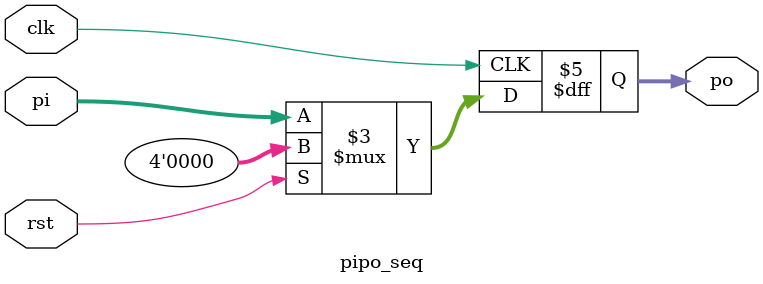
<source format=v>
module pipo_seq(clk,rst,pi,po);
input clk,rst;
input [3:0] pi;
output [3:0] po;
wire [3:0] pi;
reg [3:0] po;

always @(posedge clk)

begin
if (rst)
po<= 4'b0000;
else
po<= pi;
end
endmodule

</source>
